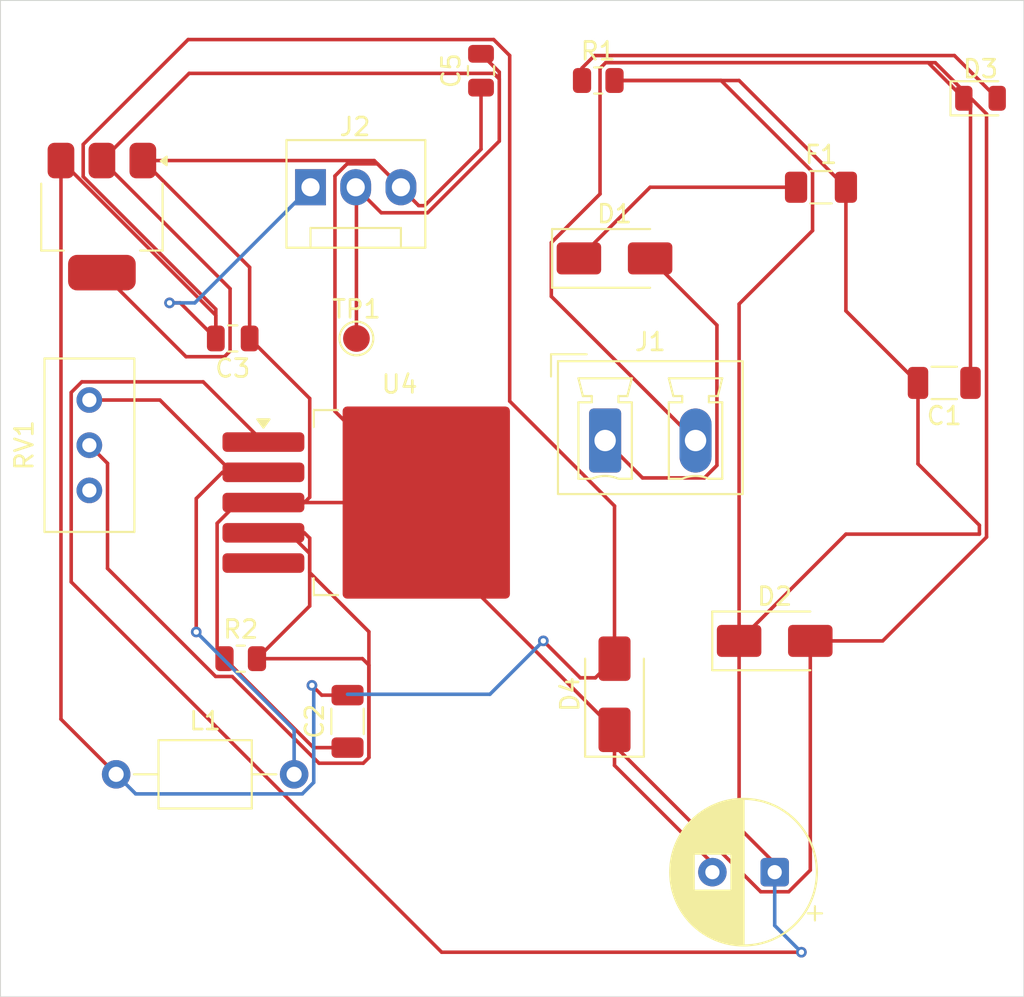
<source format=kicad_pcb>
(kicad_pcb (version 20241229) (generator "pcbnew") (generator_version "9.0")
  (layers (0 "F.Cu" signal) (2 "B.Cu" signal) (13 "F.Paste" user) (15 "B.Paste" user) (5 "F.SilkS" user "F.Silkscreen") (7 "B.SilkS" user "B.Silkscreen") (1 "F.Mask" user) (3 "B.Mask" user) (25 "Edge.Cuts" user))
  (net 0 "")
  (net 1 "/GND")
  (net 2 "/VIN_FUSED")
  (net 3 "/VOUT_5V")
  (net 4 "/VOUT_3V3")
  (net 5 "/VIN_PROT")
  (net 6 "/VIN_12V")
  (net 7 "Net-(D3-A)")
  (net 8 "Net-(U4-OUT)")
  (net 9 "Net-(U4-FB)")
  (footprint "Capacitor_SMD:C_1206_3216Metric" (layer "F.Cu") (at 183.525 69.5 180)
    (property "Reference" "C1" (at 0 -1.85 0) (layer "F.SilkS"))
    (property "Value" "C")
    (fp_line (start -0.711252 0.91) (end 0.711252 0.91) (stroke (width 0.12)) (layer "F.SilkS"))
    (fp_line (start -0.711252 -0.91) (end 0.711252 -0.91) (stroke (width 0.12)) (layer "F.SilkS"))
    (pad "1" smd roundrect (at -1.475 0 180) (size 1.15 1.8) (layers "F.Cu" "F.Mask" "F.Paste") (roundrect_rratio 0.217391) (net 1 "/GND"))
    (pad "2" smd roundrect (at 1.475 0 180) (size 1.15 1.8) (layers "F.Cu" "F.Mask" "F.Paste") (roundrect_rratio 0.217391) (net 2 "/VIN_FUSED"))
  )
  (footprint "Diode_SMD:D_SMA" (layer "F.Cu") (at 165 62.5)
    (property "Reference" "D1" (at 0 -2.5 0) (layer "F.SilkS"))
    (property "Value" "D_Schottky" (hide yes))
    (fp_line (start -3.51 -1.65) (end -3.51 1.65) (stroke (width 0.12)) (layer "F.SilkS"))
    (fp_line (start -3.51 -1.65) (end 2 -1.65) (stroke (width 0.12)) (layer "F.SilkS"))
    (fp_line (start -3.51 1.65) (end 2 1.65) (stroke (width 0.12)) (layer "F.SilkS"))
    (pad "1" smd roundrect (at -2 0) (size 2.5 1.8) (layers "F.Cu" "F.Mask" "F.Paste") (roundrect_rratio 0.1388888889) (net 5 "/VIN_PROT"))
    (pad "2" smd roundrect (at 2 0) (size 2.5 1.8) (layers "F.Cu" "F.Mask" "F.Paste") (roundrect_rratio 0.1388888889) (net 6 "/VIN_12V"))
  )
  (footprint "Connector_Phoenix_MC_HighVoltage:PhoenixContact_MCV_1,5_2-G-5.08_1x02_P5.08mm_Vertical" (layer "F.Cu") (at 164.4725 72.7375)
    (property "Reference" "J1" (at 2.54 -5.55 0) (layer "F.SilkS"))
    (property "Value" "Conn_01x02")
    (fp_line (start -3.04 -4.85) (end -1.04 -4.85) (stroke (width 0.12)) (layer "F.SilkS"))
    (fp_line (start -3.04 -3.6) (end -3.04 -4.85) (stroke (width 0.12)) (layer "F.SilkS"))
    (fp_line (start -1.5 -3.5) (end 1.5 -3.5) (stroke (width 0.12)) (layer "F.SilkS"))
    (fp_line (start -1.5 -2.15) (end -0.75 -2.15) (stroke (width 0.12)) (layer "F.SilkS"))
    (fp_line (start -1.5 2.15) (end -1.5 -2.15) (stroke (width 0.12)) (layer "F.SilkS"))
    (fp_line (start -1.25 -2.5) (end -1.5 -3.5) (stroke (width 0.12)) (layer "F.SilkS"))
    (fp_line (start -0.75 -2.5) (end -1.25 -2.5) (stroke (width 0.12)) (layer "F.SilkS"))
    (fp_line (start -0.75 -2.15) (end -0.75 -2.5) (stroke (width 0.12)) (layer "F.SilkS"))
    (fp_line (start -0.75 2.15) (end -1.5 2.15) (stroke (width 0.12)) (layer "F.SilkS"))
    (fp_line (start 0.75 -2.5) (end 0.75 -2.15) (stroke (width 0.12)) (layer "F.SilkS"))
    (fp_line (start 0.75 -2.15) (end 1.5 -2.15) (stroke (width 0.12)) (layer "F.SilkS"))
    (fp_line (start 1.25 -2.5) (end 0.75 -2.5) (stroke (width 0.12)) (layer "F.SilkS"))
    (fp_line (start 1.5 -3.5) (end 1.25 -2.5) (stroke (width 0.12)) (layer "F.SilkS"))
    (fp_line (start 1.5 -2.15) (end 1.5 2.15) (stroke (width 0.12)) (layer "F.SilkS"))
    (fp_line (start 1.5 2.15) (end 0.75 2.15) (stroke (width 0.12)) (layer "F.SilkS"))
    (fp_line (start 3.58 -3.5) (end 6.58 -3.5) (stroke (width 0.12)) (layer "F.SilkS"))
    (fp_line (start 3.58 -2.15) (end 4.33 -2.15) (stroke (width 0.12)) (layer "F.SilkS"))
    (fp_line (start 3.58 2.15) (end 3.58 -2.15) (stroke (width 0.12)) (layer "F.SilkS"))
    (fp_line (start 3.83 -2.5) (end 3.58 -3.5) (stroke (width 0.12)) (layer "F.SilkS"))
    (fp_line (start 4.33 -2.5) (end 3.83 -2.5) (stroke (width 0.12)) (layer "F.SilkS"))
    (fp_line (start 4.33 -2.15) (end 4.33 -2.5) (stroke (width 0.12)) (layer "F.SilkS"))
    (fp_line (start 4.33 2.15) (end 3.58 2.15) (stroke (width 0.12)) (layer "F.SilkS"))
    (fp_line (start 5.83 -2.5) (end 5.83 -2.15) (stroke (width 0.12)) (layer "F.SilkS"))
    (fp_line (start 5.83 -2.15) (end 6.58 -2.15) (stroke (width 0.12)) (layer "F.SilkS"))
    (fp_line (start 6.33 -2.5) (end 5.83 -2.5) (stroke (width 0.12)) (layer "F.SilkS"))
    (fp_line (start 6.58 -3.5) (end 6.33 -2.5) (stroke (width 0.12)) (layer "F.SilkS"))
    (fp_line (start 6.58 -2.15) (end 6.58 2.15) (stroke (width 0.12)) (layer "F.SilkS"))
    (fp_line (start 6.58 2.15) (end 5.83 2.15) (stroke (width 0.12)) (layer "F.SilkS"))
    (fp_rect (start -2.65 -4.46) (end 7.73 3.01) (stroke (width 0.12)) (fill no) (layer "F.SilkS"))
    (fp_arc (start -0.75 2.15) (mid -0.000193 1.99191) (end 0.749647 2.149844) (stroke (width 0.12)) (layer "F.SilkS"))
    (fp_arc (start 4.33 2.15) (mid 5.079807 1.99191) (end 5.829647 2.149844) (stroke (width 0.12)) (layer "F.SilkS"))
    (pad "1" thru_hole roundrect (at 0 0) (size 1.8 3.6) (drill 1.2) (layers "*.Cu" "*.Mask") (roundrect_rratio 0.138889) (net 6 "/VIN_12V"))
    (pad "2" thru_hole oval (at 5.08 0) (size 1.8 3.6) (drill 1.2) (layers "*.Cu" "*.Mask") (net 1 "/GND"))
  )
  (footprint "Capacitor_SMD:C_0805_2012Metric" (layer "F.Cu") (at 143.55 67 180)
    (property "Reference" "C3" (at 0 -1.68 0) (layer "F.SilkS"))
    (property "Value" "C")
    (fp_line (start -0.261252 0.735) (end 0.261252 0.735) (stroke (width 0.12)) (layer "F.SilkS"))
    (fp_line (start -0.261252 -0.735) (end 0.261252 -0.735) (stroke (width 0.12)) (layer "F.SilkS"))
    (pad "1" smd roundrect (at -0.95 0 180) (size 1 1.45) (layers "F.Cu" "F.Mask" "F.Paste") (net 1 "/GND"))
    (pad "2" smd roundrect (at 0.95 0 180) (size 1 1.45) (layers "F.Cu" "F.Mask" "F.Paste") (net 3 "/VOUT_5V"))
  )
  (footprint "Resistor_SMD:R_0805_2012Metric" (layer "F.Cu") (at 164.0875 52.5)
    (property "Reference" "R1" (at 0 -1.65 0) (layer "F.SilkS"))
    (property "Value" "R")
    (fp_line (start -0.227064 -0.735) (end 0.227064 -0.735) (stroke (width 0.12)) (layer "F.SilkS"))
    (fp_line (start -0.227064 0.735) (end 0.227064 0.735) (stroke (width 0.12)) (layer "F.SilkS"))
    (pad "1" smd roundrect (at -0.9125 0) (size 1.025 1.4) (layers "F.Cu" "F.Mask" "F.Paste") (roundrect_rratio 0.243902) (net 7 "Net-(D3-A)"))
    (pad "2" smd roundrect (at 0.9125 0) (size 1.025 1.4) (layers "F.Cu" "F.Mask" "F.Paste") (roundrect_rratio 0.243902) (net 2 "/VIN_FUSED"))
  )
  (footprint "Resistor_SMD:R_0805_2012Metric" (layer "F.Cu") (at 144 85)
    (property "Reference" "R2" (at 0 -1.65 0) (layer "F.SilkS"))
    (property "Value" "R")
    (fp_line (start -0.227064 -0.735) (end 0.227064 -0.735) (stroke (width 0.12)) (layer "F.SilkS"))
    (fp_line (start -0.227064 0.735) (end 0.227064 0.735) (stroke (width 0.12)) (layer "F.SilkS"))
    (pad "1" smd roundrect (at -0.9125 0) (size 1.025 1.4) (layers "F.Cu" "F.Mask" "F.Paste") (roundrect_rratio 0.243902) (net 1 "/GND"))
    (pad "2" smd roundrect (at 0.9125 0) (size 1.025 1.4) (layers "F.Cu" "F.Mask" "F.Paste") (roundrect_rratio 0.243902) (net 9 "Net-(U4-FB)"))
  )
  (footprint "Package_TO_SOT_SMD:TO-263-5_TabPin3" (layer "F.Cu") (at 152.925 76.225)
    (property "Reference" "U4" (at 0 -6.65 0) (layer "F.SilkS"))
    (property "Value" "LM2596S-ADJ")
    (fp_line (start -4.825 -5.2) (end -4.825 -4.25) (stroke (width 0.12)) (layer "F.SilkS"))
    (fp_line (start -4.825 5.2) (end -4.825 4.25) (stroke (width 0.12)) (layer "F.SilkS"))
    (fp_line (start -3.46 -5.2) (end -4.825 -5.2) (stroke (width 0.12)) (layer "F.SilkS"))
    (fp_line (start -3.46 5.2) (end -4.825 5.2) (stroke (width 0.12)) (layer "F.SilkS"))
    (fp_poly (pts (xy -7.65 -4.21) (xy -7.99 -4.68) (xy -7.31 -4.68)) (stroke (width 0.12)) (fill yes) (layer "F.SilkS"))
    (pad "1" smd roundrect (at -7.65 -3.4) (size 4.6 1.1) (layers "F.Cu" "F.Mask" "F.Paste") (roundrect_rratio 0.227273) (net 2 "/VIN_FUSED"))
    (pad "2" smd roundrect (at -7.65 -1.7) (size 4.6 1.1) (layers "F.Cu" "F.Mask" "F.Paste") (roundrect_rratio 0.227273) (net 8 "Net-(U4-OUT)"))
    (pad "3" smd roundrect (at -7.65 0) (size 4.6 1.1) (layers "F.Cu" "F.Mask" "F.Paste") (roundrect_rratio 0.227273) (net 1 "/GND"))
    (pad "3" smd roundrect (at 1.5 0) (size 9.4 10.8) (layers "F.Cu" "F.Mask") (roundrect_rratio 0.026596) (net 1 "/GND"))
    (pad "4" smd roundrect (at -7.65 1.7) (size 4.6 1.1) (layers "F.Cu" "F.Mask" "F.Paste") (roundrect_rratio 0.227273) (net 9 "Net-(U4-FB)"))
    (pad "5" smd roundrect (at -7.65 3.4) (size 4.6 1.1) (layers "F.Cu" "F.Mask" "F.Paste") (roundrect_rratio 0.227273))
  )
  (footprint "Capacitor_SMD:C_0805_2012Metric" (layer "F.Cu") (at 157.5 51.95 90)
    (property "Reference" "C5" (at 0 -1.68 90) (layer "F.SilkS"))
    (property "Value" "C")
    (fp_line (start -0.261252 -0.735) (end 0.261252 -0.735) (stroke (width 0.12)) (layer "F.SilkS"))
    (fp_line (start -0.261252 0.735) (end 0.261252 0.735) (stroke (width 0.12)) (layer "F.SilkS"))
    (pad "1" smd roundrect (at -0.95 0 90) (size 1 1.45) (layers "F.Cu" "F.Mask" "F.Paste") (net 1 "/GND"))
    (pad "2" smd roundrect (at 0.95 0 90) (size 1 1.45) (layers "F.Cu" "F.Mask" "F.Paste") (net 4 "/VOUT_3V3"))
  )
  (footprint "Capacitor_SMD:C_1206_3216Metric" (layer "F.Cu") (at 150 88.525 90)
    (property "Reference" "C2" (at 0 -1.85 90) (layer "F.SilkS"))
    (property "Value" "C")
    (fp_line (start -0.711252 -0.91) (end 0.711252 -0.91) (stroke (width 0.12)) (layer "F.SilkS"))
    (fp_line (start -0.711252 0.91) (end 0.711252 0.91) (stroke (width 0.12)) (layer "F.SilkS"))
    (pad "1" smd roundrect (at -1.475 0 90) (size 1.15 1.8) (layers "F.Cu" "F.Mask" "F.Paste") (roundrect_rratio 0.217391) (net 1 "/GND"))
    (pad "2" smd roundrect (at 1.475 0 90) (size 1.15 1.8) (layers "F.Cu" "F.Mask" "F.Paste") (roundrect_rratio 0.217391) (net 3 "/VOUT_5V"))
  )
  (footprint "Fuse:Fuse_1206_3216Metric" (layer "F.Cu") (at 176.6 58.5)
    (property "Reference" "F1" (at 0 -1.83 0) (layer "F.SilkS"))
    (property "Value" "Polyfuse")
    (fp_line (start -0.602064 -0.91) (end 0.602064 -0.91) (stroke (width 0.12)) (layer "F.SilkS"))
    (fp_line (start -0.602064 0.91) (end 0.602064 0.91) (stroke (width 0.12)) (layer "F.SilkS"))
    (pad "1" smd roundrect (at -1.4 0) (size 1.25 1.75) (layers "F.Cu" "F.Mask" "F.Paste") (roundrect_rratio 0.2) (net 5 "/VIN_PROT"))
    (pad "2" smd roundrect (at 1.4 0) (size 1.25 1.75) (layers "F.Cu" "F.Mask" "F.Paste") (roundrect_rratio 0.2) (net 2 "/VIN_FUSED"))
  )
  (footprint "Diode_SMD:D_SMA" (layer "F.Cu") (at 174 84)
    (property "Reference" "D2" (at 0 -2.5 0) (layer "F.SilkS"))
    (property "Value" "D_TVS")
    (fp_line (start -3.51 -1.65) (end -3.51 1.65) (stroke (width 0.12)) (layer "F.SilkS"))
    (fp_line (start -3.51 -1.65) (end 2 -1.65) (stroke (width 0.12)) (layer "F.SilkS"))
    (fp_line (start -3.51 1.65) (end 2 1.65) (stroke (width 0.12)) (layer "F.SilkS"))
    (pad "1" smd roundrect (at -2 0) (size 2.5 1.8) (layers "F.Cu" "F.Mask" "F.Paste") (roundrect_rratio 0.1388888889) (net 2 "/VIN_FUSED"))
    (pad "2" smd roundrect (at 2 0) (size 2.5 1.8) (layers "F.Cu" "F.Mask" "F.Paste") (roundrect_rratio 0.1388888889) (net 1 "/GND"))
  )
  (footprint "LED_SMD:LED_0805_2012Metric" (layer "F.Cu") (at 185.5625 53.5)
    (property "Reference" "D3" (at 0 -1.65 0) (layer "F.SilkS"))
    (property "Value" "LED")
    (fp_line (start -1.685 -0.96) (end -1.685 0.96) (stroke (width 0.12)) (layer "F.SilkS"))
    (fp_line (start -1.685 0.96) (end 1 0.96) (stroke (width 0.12)) (layer "F.SilkS"))
    (fp_line (start 1 -0.96) (end -1.685 -0.96) (stroke (width 0.12)) (layer "F.SilkS"))
    (pad "1" smd roundrect (at -0.9375 0) (size 0.975 1.4) (layers "F.Cu" "F.Mask" "F.Paste") (net 1 "/GND"))
    (pad "2" smd roundrect (at 0.9375 0) (size 0.975 1.4) (layers "F.Cu" "F.Mask" "F.Paste") (net 7 "Net-(D3-A)"))
  )
  (footprint "TestPoint:TestPoint_Pad_D1.5mm" (layer "F.Cu") (at 150.5 67)
    (property "Reference" "TP1" (at 0 -1.648 0) (layer "F.SilkS"))
    (property "Value" "TestPoint" (hide yes))
    (fp_circle (center 0 0) (end 0 0.95) (stroke (width 0.12)) (fill no) (layer "F.SilkS"))
    (pad "1" smd circle (at 0 0) (size 1.5 1.5) (layers "F.Cu" "F.Mask") (net 4 "/VOUT_3V3"))
  )
  (footprint "Package_TO_SOT_SMD:SOT-223-3_TabPin2" (layer "F.Cu") (at 136.2 60.15 -90)
    (property "Reference" "U2" (hide yes))
    (property "Value" "AMS1117-3.3" (hide yes))
    (fp_line (start -1.85 3.41) (end 1.91 3.41) (stroke (width 0.12)) (layer "F.SilkS"))
    (fp_line (start 1.91 3.41) (end 1.91 2.15) (stroke (width 0.12)) (layer "F.SilkS"))
    (fp_line (start -1.85 -3.41) (end 1.91 -3.41) (stroke (width 0.12)) (layer "F.SilkS"))
    (fp_line (start 1.91 -3.41) (end 1.91 -2.15) (stroke (width 0.12)) (layer "F.SilkS"))
    (fp_poly (pts (xy -3.13 -3.31) (xy -3.37 -3.64) (xy -2.89 -3.64) (xy -3.13 -3.31)) (stroke (width 0.12)) (fill yes) (layer "F.SilkS"))
    (pad "1" smd roundrect (at -3.15 -2.3 270) (size 2 1.5) (layers "F.Cu" "F.Mask" "F.Paste") (net 1 "/GND"))
    (pad "2" smd roundrect (at -3.15 0 270) (size 2 1.5) (layers "F.Cu" "F.Mask" "F.Paste") (net 4 "/VOUT_3V3"))
    (pad "2" smd roundrect (at 3.15 0 270) (size 2 3.8) (layers "F.Cu" "F.Mask" "F.Paste") (net 4 "/VOUT_3V3"))
    (pad "3" smd roundrect (at -3.15 2.3 270) (size 2 1.5) (layers "F.Cu" "F.Mask" "F.Paste") (net 3 "/VOUT_5V"))
  )
  (footprint "Inductor_THT:L_Axial_L5.0mm_D3.6mm_P10.00mm_Horizontal_Murata_BL01RN1A2A2" (layer "F.Cu") (at 137 91.5)
    (property "Reference" "L1" (at 5 -3 0) (layer "F.SilkS"))
    (property "Value" "L")
    (fp_line (start 1 0) (end 2.38 0) (stroke (width 0.12)) (layer "F.SilkS"))
    (fp_line (start 2.38 -1.92) (end 2.38 1.92) (stroke (width 0.12)) (layer "F.SilkS"))
    (fp_line (start 2.38 1.92) (end 7.62 1.92) (stroke (width 0.12)) (layer "F.SilkS"))
    (fp_line (start 7.62 -1.92) (end 2.38 -1.92) (stroke (width 0.12)) (layer "F.SilkS"))
    (fp_line (start 7.62 1.92) (end 7.62 -1.92) (stroke (width 0.12)) (layer "F.SilkS"))
    (fp_line (start 9 0) (end 7.62 0) (stroke (width 0.12)) (layer "F.SilkS"))
    (pad "1" thru_hole circle (at 0 0) (size 1.6 1.6) (drill 0.85) (layers "*.Cu" "*.Mask") (net 3 "/VOUT_5V"))
    (pad "2" thru_hole oval (at 10 0) (size 1.6 1.6) (drill 0.85) (layers "*.Cu" "*.Mask") (net 8 "Net-(U4-OUT)"))
  )
  (footprint "Diode_SMD:D_SMA" (layer "F.Cu") (at 165 87 90)
    (property "Reference" "D4" (at 0 -2.5 90) (layer "F.SilkS"))
    (property "Value" "D_Schottky")
    (fp_line (start -3.51 -1.65) (end 2 -1.65) (stroke (width 0.12)) (layer "F.SilkS"))
    (fp_line (start -3.51 -1.65) (end -3.51 1.65) (stroke (width 0.12)) (layer "F.SilkS"))
    (fp_line (start -3.51 1.65) (end 2 1.65) (stroke (width 0.12)) (layer "F.SilkS"))
    (pad "1" smd roundrect (at -2 0 90) (size 2.5 1.8) (layers "F.Cu" "F.Mask" "F.Paste") (roundrect_rratio 0.1388888889) (net 1 "/GND"))
    (pad "2" smd roundrect (at 2 0 90) (size 2.5 1.8) (layers "F.Cu" "F.Mask" "F.Paste") (roundrect_rratio 0.1388888889) (net 3 "/VOUT_5V"))
  )
  (footprint "Capacitor_THT:CP_Radial_D8.0mm_P3.50mm" (layer "F.Cu") (at 174 97 180)
    (property "Reference" "C4" (hide yes))
    (property "Value" "C")
    (fp_line (start 5.83 -0.533) (end 5.83 0.533) (stroke (width 0.12)) (layer "F.SilkS"))
    (fp_line (start 5.79 -0.768) (end 5.79 0.768) (stroke (width 0.12)) (layer "F.SilkS"))
    (fp_line (start 5.75 -0.947) (end 5.75 0.947) (stroke (width 0.12)) (layer "F.SilkS"))
    (fp_line (start 5.71 -1.097) (end 5.71 1.097) (stroke (width 0.12)) (layer "F.SilkS"))
    (fp_line (start 5.67 -1.228) (end 5.67 1.228) (stroke (width 0.12)) (layer "F.SilkS"))
    (fp_line (start 5.63 -1.346) (end 5.63 1.346) (stroke (width 0.12)) (layer "F.SilkS"))
    (fp_line (start 5.59 -1.453) (end 5.59 1.453) (stroke (width 0.12)) (layer "F.SilkS"))
    (fp_line (start 5.55 -1.552) (end 5.55 1.552) (stroke (width 0.12)) (layer "F.SilkS"))
    (fp_line (start 5.51 -1.644) (end 5.51 1.644) (stroke (width 0.12)) (layer "F.SilkS"))
    (fp_line (start 5.47 -1.731) (end 5.47 1.731) (stroke (width 0.12)) (layer "F.SilkS"))
    (fp_line (start 5.43 -1.813) (end 5.43 1.813) (stroke (width 0.12)) (layer "F.SilkS"))
    (fp_line (start 5.39 -1.89) (end 5.39 1.89) (stroke (width 0.12)) (layer "F.SilkS"))
    (fp_line (start 5.35 -1.964) (end 5.35 1.964) (stroke (width 0.12)) (layer "F.SilkS"))
    (fp_line (start 5.31 -2.034) (end 5.31 2.034) (stroke (width 0.12)) (layer "F.SilkS"))
    (fp_line (start 5.27 -2.101) (end 5.27 2.101) (stroke (width 0.12)) (layer "F.SilkS"))
    (fp_line (start 5.23 -2.165) (end 5.23 2.165) (stroke (width 0.12)) (layer "F.SilkS"))
    (fp_line (start 5.19 -2.227) (end 5.19 2.227) (stroke (width 0.12)) (layer "F.SilkS"))
    (fp_line (start 5.15 -2.287) (end 5.15 2.287) (stroke (width 0.12)) (layer "F.SilkS"))
    (fp_line (start 5.11 -2.344) (end 5.11 2.344) (stroke (width 0.12)) (layer "F.SilkS"))
    (fp_line (start 5.07 -2.4) (end 5.07 2.4) (stroke (width 0.12)) (layer "F.SilkS"))
    (fp_line (start 5.03 -2.453) (end 5.03 2.453) (stroke (width 0.12)) (layer "F.SilkS"))
    (fp_line (start 4.99 -2.505) (end 4.99 2.505) (stroke (width 0.12)) (layer "F.SilkS"))
    (fp_line (start 4.95 -2.555) (end 4.95 2.555) (stroke (width 0.12)) (layer "F.SilkS"))
    (fp_line (start 4.91 -2.604) (end 4.91 2.604) (stroke (width 0.12)) (layer "F.SilkS"))
    (fp_line (start 4.87 -2.651) (end 4.87 2.651) (stroke (width 0.12)) (layer "F.SilkS"))
    (fp_line (start 4.83 -2.696) (end 4.83 2.696) (stroke (width 0.12)) (layer "F.SilkS"))
    (fp_line (start 4.79 -2.741) (end 4.79 2.741) (stroke (width 0.12)) (layer "F.SilkS"))
    (fp_line (start 4.75 -2.784) (end 4.75 2.784) (stroke (width 0.12)) (layer "F.SilkS"))
    (fp_line (start 4.71 -2.826) (end 4.71 2.826) (stroke (width 0.12)) (layer "F.SilkS"))
    (fp_line (start 4.67 -2.867) (end 4.67 2.867) (stroke (width 0.12)) (layer "F.SilkS"))
    (fp_line (start 4.63 -2.906) (end 4.63 2.906) (stroke (width 0.12)) (layer "F.SilkS"))
    (fp_line (start 4.59 -2.945) (end 4.59 2.945) (stroke (width 0.12)) (layer "F.SilkS"))
    (fp_line (start 4.55 -2.982) (end 4.55 2.982) (stroke (width 0.12)) (layer "F.SilkS"))
    (fp_line (start 4.51 1.04) (end 4.51 3.019) (stroke (width 0.12)) (layer "F.SilkS"))
    (fp_line (start 4.51 -3.019) (end 4.51 -1.04) (stroke (width 0.12)) (layer "F.SilkS"))
    (fp_line (start 4.47 1.04) (end 4.47 3.055) (stroke (width 0.12)) (layer "F.SilkS"))
    (fp_line (start 4.47 -3.055) (end 4.47 -1.04) (stroke (width 0.12)) (layer "F.SilkS"))
    (fp_line (start 4.43 1.04) (end 4.43 3.089) (stroke (width 0.12)) (layer "F.SilkS"))
    (fp_line (start 4.43 -3.089) (end 4.43 -1.04) (stroke (width 0.12)) (layer "F.SilkS"))
    (fp_line (start 4.39 1.04) (end 4.39 3.123) (stroke (width 0.12)) (layer "F.SilkS"))
    (fp_line (start 4.39 -3.123) (end 4.39 -1.04) (stroke (width 0.12)) (layer "F.SilkS"))
    (fp_line (start 4.35 1.04) (end 4.35 3.156) (stroke (width 0.12)) (layer "F.SilkS"))
    (fp_line (start 4.35 -3.156) (end 4.35 -1.04) (stroke (width 0.12)) (layer "F.SilkS"))
    (fp_line (start 4.31 1.04) (end 4.31 3.188) (stroke (width 0.12)) (layer "F.SilkS"))
    (fp_line (start 4.31 -3.188) (end 4.31 -1.04) (stroke (width 0.12)) (layer "F.SilkS"))
    (fp_line (start 4.27 1.04) (end 4.27 3.219) (stroke (width 0.12)) (layer "F.SilkS"))
    (fp_line (start 4.27 -3.219) (end 4.27 -1.04) (stroke (width 0.12)) (layer "F.SilkS"))
    (fp_line (start 4.23 1.04) (end 4.23 3.25) (stroke (width 0.12)) (layer "F.SilkS"))
    (fp_line (start 4.23 -3.25) (end 4.23 -1.04) (stroke (width 0.12)) (layer "F.SilkS"))
    (fp_line (start 4.19 1.04) (end 4.19 3.28) (stroke (width 0.12)) (layer "F.SilkS"))
    (fp_line (start 4.19 -3.28) (end 4.19 -1.04) (stroke (width 0.12)) (layer "F.SilkS"))
    (fp_line (start 4.15 1.04) (end 4.15 3.309) (stroke (width 0.12)) (layer "F.SilkS"))
    (fp_line (start 4.15 -3.309) (end 4.15 -1.04) (stroke (width 0.12)) (layer "F.SilkS"))
    (fp_line (start 4.11 1.04) (end 4.11 3.337) (stroke (width 0.12)) (layer "F.SilkS"))
    (fp_line (start 4.11 -3.337) (end 4.11 -1.04) (stroke (width 0.12)) (layer "F.SilkS"))
    (fp_line (start 4.07 1.04) (end 4.07 3.365) (stroke (width 0.12)) (layer "F.SilkS"))
    (fp_line (start 4.07 -3.365) (end 4.07 -1.04) (stroke (width 0.12)) (layer "F.SilkS"))
    (fp_line (start 4.03 1.04) (end 4.03 3.392) (stroke (width 0.12)) (layer "F.SilkS"))
    (fp_line (start 4.03 -3.392) (end 4.03 -1.04) (stroke (width 0.12)) (layer "F.SilkS"))
    (fp_line (start 3.99 1.04) (end 3.99 3.418) (stroke (width 0.12)) (layer "F.SilkS"))
    (fp_line (start 3.99 -3.418) (end 3.99 -1.04) (stroke (width 0.12)) (layer "F.SilkS"))
    (fp_line (start 3.95 1.04) (end 3.95 3.443) (stroke (width 0.12)) (layer "F.SilkS"))
    (fp_line (start 3.95 -3.443) (end 3.95 -1.04) (stroke (width 0.12)) (layer "F.SilkS"))
    (fp_line (start 3.91 1.04) (end 3.91 3.468) (stroke (width 0.12)) (layer "F.SilkS"))
    (fp_line (start 3.91 -3.468) (end 3.91 -1.04) (stroke (width 0.12)) (layer "F.SilkS"))
    (fp_line (start 3.87 1.04) (end 3.87 3.493) (stroke (width 0.12)) (layer "F.SilkS"))
    (fp_line (start 3.87 -3.493) (end 3.87 -1.04) (stroke (width 0.12)) (layer "F.SilkS"))
    (fp_line (start 3.83 1.04) (end 3.83 3.516) (stroke (width 0.12)) (layer "F.SilkS"))
    (fp_line (start 3.83 -3.516) (end 3.83 -1.04) (stroke (width 0.12)) (layer "F.SilkS"))
    (fp_line (start 3.79 1.04) (end 3.79 3.539) (stroke (width 0.12)) (layer "F.SilkS"))
    (fp_line (start 3.79 -3.539) (end 3.79 -1.04) (stroke (width 0.12)) (layer "F.SilkS"))
    (fp_line (start 3.75 1.04) (end 3.75 3.562) (stroke (width 0.12)) (layer "F.SilkS"))
    (fp_line (start 3.75 -3.562) (end 3.75 -1.04) (stroke (width 0.12)) (layer "F.SilkS"))
    (fp_line (start 3.71 1.04) (end 3.71 3.584) (stroke (width 0.12)) (layer "F.SilkS"))
    (fp_line (start 3.71 -3.584) (end 3.71 -1.04) (stroke (width 0.12)) (layer "F.SilkS"))
    (fp_line (start 3.67 1.04) (end 3.67 3.605) (stroke (width 0.12)) (layer "F.SilkS"))
    (fp_line (start 3.67 -3.605) (end 3.67 -1.04) (stroke (width 0.12)) (layer "F.SilkS"))
    (fp_line (start 3.63 1.04) (end 3.63 3.626) (stroke (width 0.12)) (layer "F.SilkS"))
    (fp_line (start 3.63 -3.626) (end 3.63 -1.04) (stroke (width 0.12)) (layer "F.SilkS"))
    (fp_line (start 3.59 1.04) (end 3.59 3.646) (stroke (width 0.12)) (layer "F.SilkS"))
    (fp_line (start 3.59 -3.646) (end 3.59 -1.04) (stroke (width 0.12)) (layer "F.SilkS"))
    (fp_line (start 3.55 1.04) (end 3.55 3.666) (stroke (width 0.12)) (layer "F.SilkS"))
    (fp_line (start 3.55 -3.666) (end 3.55 -1.04) (stroke (width 0.12)) (layer "F.SilkS"))
    (fp_line (start 3.51 1.04) (end 3.51 3.685) (stroke (width 0.12)) (layer "F.SilkS"))
    (fp_line (start 3.51 -3.685) (end 3.51 -1.04) (stroke (width 0.12)) (layer "F.SilkS"))
    (fp_line (start 3.47 1.04) (end 3.47 3.704) (stroke (width 0.12)) (layer "F.SilkS"))
    (fp_line (start 3.47 -3.704) (end 3.47 -1.04) (stroke (width 0.12)) (layer "F.SilkS"))
    (fp_line (start 3.43 1.04) (end 3.43 3.722) (stroke (width 0.12)) (layer "F.SilkS"))
    (fp_line (start 3.43 -3.722) (end 3.43 -1.04) (stroke (width 0.12)) (layer "F.SilkS"))
    (fp_line (start 3.39 1.04) (end 3.39 3.74) (stroke (width 0.12)) (layer "F.SilkS"))
    (fp_line (start 3.39 -3.74) (end 3.39 -1.04) (stroke (width 0.12)) (layer "F.SilkS"))
    (fp_line (start 3.35 1.04) (end 3.35 3.757) (stroke (width 0.12)) (layer "F.SilkS"))
    (fp_line (start 3.35 -3.757) (end 3.35 -1.04) (stroke (width 0.12)) (layer "F.SilkS"))
    (fp_line (start 3.31 1.04) (end 3.31 3.773) (stroke (width 0.12)) (layer "F.SilkS"))
    (fp_line (start 3.31 -3.773) (end 3.31 -1.04) (stroke (width 0.12)) (layer "F.SilkS"))
    (fp_line (start 3.27 1.04) (end 3.27 3.789) (stroke (width 0.12)) (layer "F.SilkS"))
    (fp_line (start 3.27 -3.789) (end 3.27 -1.04) (stroke (width 0.12)) (layer "F.SilkS"))
    (fp_line (start 3.23 1.04) (end 3.23 3.805) (stroke (width 0.12)) (layer "F.SilkS"))
    (fp_line (start 3.23 -3.805) (end 3.23 -1.04) (stroke (width 0.12)) (layer "F.SilkS"))
    (fp_line (start 3.19 1.04) (end 3.19 3.82) (stroke (width 0.12)) (layer "F.SilkS"))
    (fp_line (start 3.19 -3.82) (end 3.19 -1.04) (stroke (width 0.12)) (layer "F.SilkS"))
    (fp_line (start 3.15 1.04) (end 3.15 3.835) (stroke (width 0.12)) (layer "F.SilkS"))
    (fp_line (start 3.15 -3.835) (end 3.15 -1.04) (stroke (width 0.12)) (layer "F.SilkS"))
    (fp_line (start 3.11 1.04) (end 3.11 3.849) (stroke (width 0.12)) (layer "F.SilkS"))
    (fp_line (start 3.11 -3.849) (end 3.11 -1.04) (stroke (width 0.12)) (layer "F.SilkS"))
    (fp_line (start 3.07 1.04) (end 3.07 3.863) (stroke (width 0.12)) (layer "F.SilkS"))
    (fp_line (start 3.07 -3.863) (end 3.07 -1.04) (stroke (width 0.12)) (layer "F.SilkS"))
    (fp_line (start 3.03 1.04) (end 3.03 3.876) (stroke (width 0.12)) (layer "F.SilkS"))
    (fp_line (start 3.03 -3.876) (end 3.03 -1.04) (stroke (width 0.12)) (layer "F.SilkS"))
    (fp_line (start 2.99 1.04) (end 2.99 3.889) (stroke (width 0.12)) (layer "F.SilkS"))
    (fp_line (start 2.99 -3.889) (end 2.99 -1.04) (stroke (width 0.12)) (layer "F.SilkS"))
    (fp_line (start 2.95 1.04) (end 2.95 3.901) (stroke (width 0.12)) (layer "F.SilkS"))
    (fp_line (start 2.95 -3.901) (end 2.95 -1.04) (stroke (width 0.12)) (layer "F.SilkS"))
    (fp_line (start 2.91 1.04) (end 2.91 3.913) (stroke (width 0.12)) (layer "F.SilkS"))
    (fp_line (start 2.91 -3.913) (end 2.91 -1.04) (stroke (width 0.12)) (layer "F.SilkS"))
    (fp_line (start 2.87 1.04) (end 2.87 3.925) (stroke (width 0.12)) (layer "F.SilkS"))
    (fp_line (start 2.87 -3.925) (end 2.87 -1.04) (stroke (width 0.12)) (layer "F.SilkS"))
    (fp_line (start 2.83 1.04) (end 2.83 3.936) (stroke (width 0.12)) (layer "F.SilkS"))
    (fp_line (start 2.83 -3.936) (end 2.83 -1.04) (stroke (width 0.12)) (layer "F.SilkS"))
    (fp_line (start 2.79 1.04) (end 2.79 3.947) (stroke (width 0.12)) (layer "F.SilkS"))
    (fp_line (start 2.79 -3.947) (end 2.79 -1.04) (stroke (width 0.12)) (layer "F.SilkS"))
    (fp_line (start 2.75 1.04) (end 2.75 3.957) (stroke (width 0.12)) (layer "F.SilkS"))
    (fp_line (start 2.75 -3.957) (end 2.75 -1.04) (stroke (width 0.12)) (layer "F.SilkS"))
    (fp_line (start 2.71 1.04) (end 2.71 3.967) (stroke (width 0.12)) (layer "F.SilkS"))
    (fp_line (start 2.71 -3.967) (end 2.71 -1.04) (stroke (width 0.12)) (layer "F.SilkS"))
    (fp_line (start 2.67 1.04) (end 2.67 3.976) (stroke (width 0.12)) (layer "F.SilkS"))
    (fp_line (start 2.67 -3.976) (end 2.67 -1.04) (stroke (width 0.12)) (layer "F.SilkS"))
    (fp_line (start 2.63 1.04) (end 2.63 3.985) (stroke (width 0.12)) (layer "F.SilkS"))
    (fp_line (start 2.63 -3.985) (end 2.63 -1.04) (stroke (width 0.12)) (layer "F.SilkS"))
    (fp_line (start 2.59 1.04) (end 2.59 3.993) (stroke (width 0.12)) (layer "F.SilkS"))
    (fp_line (start 2.59 -3.993) (end 2.59 -1.04) (stroke (width 0.12)) (layer "F.SilkS"))
    (fp_line (start 2.55 1.04) (end 2.55 4.002) (stroke (width 0.12)) (layer "F.SilkS"))
    (fp_line (start 2.55 -4.002) (end 2.55 -1.04) (stroke (width 0.12)) (layer "F.SilkS"))
    (fp_line (start 2.51 1.04) (end 2.51 4.009) (stroke (width 0.12)) (layer "F.SilkS"))
    (fp_line (start 2.51 -4.009) (end 2.51 -1.04) (stroke (width 0.12)) (layer "F.SilkS"))
    (fp_line (start 2.47 1.04) (end 2.47 4.017) (stroke (width 0.12)) (layer "F.SilkS"))
    (fp_line (start 2.47 -4.017) (end 2.47 -1.04) (stroke (width 0.12)) (layer "F.SilkS"))
    (fp_line (start 2.43 -4.023) (end 2.43 4.023) (stroke (width 0.12)) (layer "F.SilkS"))
    (fp_line (start 2.39 -4.03) (end 2.39 4.03) (stroke (width 0.12)) (layer "F.SilkS"))
    (fp_line (start 2.35 -4.036) (end 2.35 4.036) (stroke (width 0.12)) (layer "F.SilkS"))
    (fp_line (start 2.31 -4.042) (end 2.31 4.042) (stroke (width 0.12)) (layer "F.SilkS"))
    (fp_line (start 2.27 -4.047) (end 2.27 4.047) (stroke (width 0.12)) (layer "F.SilkS"))
    (fp_line (start 2.23 -4.052) (end 2.23 4.052) (stroke (width 0.12)) (layer "F.SilkS"))
    (fp_line (start 2.19 -4.056) (end 2.19 4.056) (stroke (width 0.12)) (layer "F.SilkS"))
    (fp_line (start 2.15 -4.061) (end 2.15 4.061) (stroke (width 0.12)) (layer "F.SilkS"))
    (fp_line (start 2.11 -4.064) (end 2.11 4.064) (stroke (width 0.12)) (layer "F.SilkS"))
    (fp_line (start 2.07 -4.068) (end 2.07 4.068) (stroke (width 0.12)) (layer "F.SilkS"))
    (fp_line (start 2.03 -4.07) (end 2.03 4.07) (stroke (width 0.12)) (layer "F.SilkS"))
    (fp_line (start 1.99 -4.073) (end 1.99 4.073) (stroke (width 0.12)) (layer "F.SilkS"))
    (fp_line (start 1.95 -4.075) (end 1.95 4.075) (stroke (width 0.12)) (layer "F.SilkS"))
    (fp_line (start 1.91 -4.077) (end 1.91 4.077) (stroke (width 0.12)) (layer "F.SilkS"))
    (fp_line (start 1.87 -4.078) (end 1.87 4.078) (stroke (width 0.12)) (layer "F.SilkS"))
    (fp_line (start 1.83 -4.079) (end 1.83 4.079) (stroke (width 0.12)) (layer "F.SilkS"))
    (fp_line (start 1.79 -4.08) (end 1.79 4.08) (stroke (width 0.12)) (layer "F.SilkS"))
    (fp_line (start 1.75 -4.08) (end 1.75 4.08) (stroke (width 0.12)) (layer "F.SilkS"))
    (fp_line (start -2.259698 -2.715) (end -2.259698 -1.915) (stroke (width 0.12)) (layer "F.SilkS"))
    (fp_line (start -2.659698 -2.315) (end -1.859698 -2.315) (stroke (width 0.12)) (layer "F.SilkS"))
    (fp_circle (center 1.75 0) (end 5.87 0) (stroke (width 0.12)) (fill no) (layer "F.SilkS"))
    (pad "1" thru_hole roundrect (at 0 0 180) (size 1.6 1.6) (drill 0.8) (layers "*.Cu" "*.Mask") (roundrect_rratio 0.15625) (net 2 "/VIN_FUSED"))
    (pad "2" thru_hole circle (at 3.5 0 180) (size 1.6 1.6) (drill 0.8) (layers "*.Cu" "*.Mask") (net 1 "/GND"))
  )
  (footprint "Potentiometer_THT:Potentiometer_Bourns_3296W_Vertical" (layer "F.Cu") (at 135.495 70.46 90)
    (property "Reference" "RV1" (at -2.54 -3.66 90) (layer "F.SilkS"))
    (property "Value" "R_Potentiometer" (hide yes))
    (fp_line (start 2.335 -2.52) (end 2.335 2.53) (stroke (width 0.12)) (layer "F.SilkS"))
    (fp_line (start -7.415 -2.52) (end 2.335 -2.52) (stroke (width 0.12)) (layer "F.SilkS"))
    (fp_line (start 2.335 2.53) (end -7.415 2.53) (stroke (width 0.12)) (layer "F.SilkS"))
    (fp_line (start -7.415 2.53) (end -7.415 -2.52) (stroke (width 0.12)) (layer "F.SilkS"))
    (pad "1" thru_hole circle (at 0 0 90) (size 1.44 1.44) (drill 0.8) (layers "*.Cu" "*.Mask") (net 8 "Net-(U4-OUT)"))
    (pad "2" thru_hole circle (at -2.54 0 90) (size 1.44 1.44) (drill 0.8) (layers "*.Cu" "*.Mask") (net 9 "Net-(U4-FB)"))
    (pad "3" thru_hole circle (at -5.08 0 90) (size 1.44 1.44) (drill 0.8) (layers "*.Cu" "*.Mask"))
  )
  (footprint "Connector:FanPinHeader_1x03_P2.54mm_Vertical" (layer "F.Cu") (at 147.92 58.5)
    (property "Reference" "J2" (at 2.5 -3.4 0) (layer "F.SilkS"))
    (property "Value" "Conn_01x03")
    (fp_line (start -1.35 -2.65) (end 6.45 -2.65) (stroke (width 0.12)) (layer "F.SilkS"))
    (fp_line (start -1.35 3.4) (end -1.35 -2.65) (stroke (width 0.12)) (layer "F.SilkS"))
    (fp_line (start 0 2.29) (end 5.08 2.29) (stroke (width 0.12)) (layer "F.SilkS"))
    (fp_line (start 0 3.3) (end 0 2.29) (stroke (width 0.12)) (layer "F.SilkS"))
    (fp_line (start 5.08 2.29) (end 5.08 3.3) (stroke (width 0.12)) (layer "F.SilkS"))
    (fp_line (start 6.45 -2.65) (end 6.45 3.4) (stroke (width 0.12)) (layer "F.SilkS"))
    (fp_line (start 6.45 3.4) (end -1.35 3.4) (stroke (width 0.12)) (layer "F.SilkS"))
    (pad "1" thru_hole rect (at 0 0 90) (size 2.03 1.73) (drill 1.02) (layers "*.Cu" "*.Mask") (net 3 "/VOUT_5V"))
    (pad "2" thru_hole oval (at 2.54 0 90) (size 2.03 1.73) (drill 1.02) (layers "*.Cu" "*.Mask") (net 4 "/VOUT_3V3"))
    (pad "3" thru_hole oval (at 5.08 0 90) (size 2.03 1.73) (drill 1.02) (layers "*.Cu" "*.Mask") (net 1 "/GND"))
  )
  (gr_rect (start 130.5 48) (end 188 104) (stroke (width 0.05)) (fill no) (layer "Edge.Cuts"))
  (segment (start 164.1865 51.81484) (end 164.1865 58.87734) (width 0.2) (layer "F.Cu") (net 1))
  (segment (start 165 91) (end 165 89) (width 0.2) (layer "F.Cu") (net 1))
  (segment (start 142.674 84.5865) (end 142.674 77.38984) (width 0.2) (layer "F.Cu") (net 1))
  (segment (start 185 69.5) (end 185 53.875) (width 0.2) (layer "F.Cu") (net 1))
  (segment (start 165 89.88616) (end 173.21484 98.101) (width 0.2) (layer "F.Cu") (net 1))
  (segment (start 148.0875 90) (end 143.0875 85) (width 0.2) (layer "F.Cu") (net 1))
  (segment (start 153.9999 59.533973) (end 154.3321 59.533973) (width 0.2) (layer "F.Cu") (net 1))
  (segment (start 154.425 76.225) (end 154.425 78.425) (width 0.2) (layer "F.Cu") (net 1))
  (segment (start 170.5 97) (end 170.5 96.5) (width 0.2) (layer "F.Cu") (net 1))
  (segment (start 143.83884 76.225) (end 145.275 76.225) (width 0.2) (layer "F.Cu") (net 1))
  (segment (start 164.1865 58.87734) (end 161.449 61.61484) (width 0.2) (layer "F.Cu") (net 1))
  (segment (start 145.275 76.225) (end 147.575 76.225) (width 0.2) (layer "F.Cu") (net 1))
  (segment (start 174.78516 98.101) (end 176 96.88616) (width 0.2) (layer "F.Cu") (net 1))
  (segment (start 138.5 57) (end 151.5 57) (width 0.2) (layer "F.Cu") (net 1))
  (segment (start 185.901 78.1661) (end 185.901 54.378146) (width 0.2) (layer "F.Cu") (net 1))
  (segment (start 154.425 78.425) (end 165 89) (width 0.2) (layer "F.Cu") (net 1))
  (segment (start 182.624 51.499) (end 164.50234 51.499) (width 0.2) (layer "F.Cu") (net 1))
  (segment (start 183.021854 51.499) (end 164.50234 51.499) (width 0.2) (layer "F.Cu") (net 1))
  (segment (start 153 58.5) (end 153 58.534073) (width 0.2) (layer "F.Cu") (net 1))
  (segment (start 161.449 61.61484) (end 161.449 64.634) (width 0.2) (layer "F.Cu") (net 1))
  (segment (start 150 90) (end 148.0875 90) (width 0.2) (layer "F.Cu") (net 1))
  (segment (start 164.50234 51.499) (end 164.1865 51.81484) (width 0.2) (layer "F.Cu") (net 1))
  (segment (start 185 53.875) (end 184.625 53.5) (width 0.2) (layer "F.Cu") (net 1))
  (segment (start 149.294 57.867027) (end 149.294 71.094) (width 0.2) (layer "F.Cu") (net 1))
  (segment (start 144.5 63) (end 138.5 57) (width 0.2) (layer "F.Cu") (net 1))
  (segment (start 153 58.5) (end 151.684 57.184) (width 0.2) (layer "F.Cu") (net 1))
  (segment (start 165 89) (end 165 89.88616) (width 0.2) (layer "F.Cu") (net 1))
  (segment (start 147.876 70.376) (end 144.5 67) (width 0.2) (layer "F.Cu") (net 1))
  (segment (start 149.294 71.094) (end 154.425 76.225) (width 0.2) (layer "F.Cu") (net 1))
  (segment (start 173.21484 98.101) (end 174.78516 98.101) (width 0.2) (layer "F.Cu") (net 1))
  (segment (start 153 58.534073) (end 153.9999 59.533973) (width 0.2) (layer "F.Cu") (net 1))
  (segment (start 180.0671 84) (end 185.901 78.1661) (width 0.2) (layer "F.Cu") (net 1))
  (segment (start 151.5 57) (end 153 58.5) (width 0.2) (layer "F.Cu") (net 1))
  (segment (start 151.684 57.184) (end 149.977027 57.184) (width 0.2) (layer "F.Cu") (net 1))
  (segment (start 154.3321 59.533973) (end 157.5 56.366073) (width 0.2) (layer "F.Cu") (net 1))
  (segment (start 154.425 76.225) (end 145.275 76.225) (width 0.2) (layer "F.Cu") (net 1))
  (segment (start 176 96.88616) (end 176 84) (width 0.2) (layer "F.Cu") (net 1))
  (segment (start 143.0875 85) (end 142.674 84.5865) (width 0.2) (layer "F.Cu") (net 1))
  (segment (start 170.5 96.5) (end 165 91) (width 0.2) (layer "F.Cu") (net 1))
  (segment (start 157.5 56.366073) (end 157.5 52.9) (width 0.2) (layer "F.Cu") (net 1))
  (segment (start 142.674 77.38984) (end 143.83884 76.225) (width 0.2) (layer "F.Cu") (net 1))
  (segment (start 176 84) (end 180.0671 84) (width 0.2) (layer "F.Cu") (net 1))
  (segment (start 144.5 67) (end 144.5 63) (width 0.2) (layer "F.Cu") (net 1))
  (segment (start 185.901 54.378146) (end 183.021854 51.499) (width 0.2) (layer "F.Cu") (net 1))
  (segment (start 161.449 64.634) (end 169.5525 72.7375) (width 0.2) (layer "F.Cu") (net 1))
  (segment (start 147.876 75.924) (end 147.876 70.376) (width 0.2) (layer "F.Cu") (net 1))
  (segment (start 149.977027 57.184) (end 149.294 57.867027) (width 0.2) (layer "F.Cu") (net 1))
  (segment (start 184.625 53.5) (end 182.624 51.499) (width 0.2) (layer "F.Cu") (net 1))
  (segment (start 147.575 76.225) (end 147.876 75.924) (width 0.2) (layer "F.Cu") (net 1))
  (segment (start 134.474 70.037087) (end 134.474 80.68516) (width 0.2) (layer "F.Cu") (net 2))
  (segment (start 178 65.45) (end 182.05 69.5) (width 0.2) (layer "F.Cu") (net 2))
  (segment (start 185.5 77.5) (end 182.05 74.05) (width 0.2) (layer "F.Cu") (net 2))
  (segment (start 155.28884 101.5) (end 175.5 101.5) (width 0.2) (layer "F.Cu") (net 2))
  (segment (start 134.474 80.68516) (end 155.28884 101.5) (width 0.2) (layer "F.Cu") (net 2))
  (segment (start 172 84) (end 172 65.06384) (width 0.2) (layer "F.Cu") (net 2))
  (segment (start 182.05 74.05) (end 182.05 69.5) (width 0.2) (layer "F.Cu") (net 2))
  (segment (start 174 96.5) (end 172 94.5) (width 0.2) (layer "F.Cu") (net 2))
  (segment (start 170.98616 52.5) (end 165 52.5) (width 0.2) (layer "F.Cu") (net 2))
  (segment (start 178 78) (end 185.5 78) (width 0.2) (layer "F.Cu") (net 2))
  (segment (start 172 52.5) (end 178 58.5) (width 0.2) (layer "F.Cu") (net 2))
  (segment (start 172 94.5) (end 172 84) (width 0.2) (layer "F.Cu") (net 2))
  (segment (start 145.275 72.825) (end 141.889 69.439) (width 0.2) (layer "F.Cu") (net 2))
  (segment (start 176.126 57.63984) (end 170.98616 52.5) (width 0.2) (layer "F.Cu") (net 2))
  (segment (start 178 58.5) (end 178 65.45) (width 0.2) (layer "F.Cu") (net 2))
  (segment (start 185.5 78) (end 185.5 77.5) (width 0.2) (layer "F.Cu") (net 2))
  (segment (start 174 97) (end 174 96.5) (width 0.2) (layer "F.Cu") (net 2))
  (segment (start 135.072087 69.439) (end 134.474 70.037087) (width 0.2) (layer "F.Cu") (net 2))
  (segment (start 141.889 69.439) (end 135.072087 69.439) (width 0.2) (layer "F.Cu") (net 2))
  (segment (start 165 52.5) (end 172 52.5) (width 0.2) (layer "F.Cu") (net 2))
  (segment (start 172 84) (end 178 78) (width 0.2) (layer "F.Cu") (net 2))
  (segment (start 172 65.06384) (end 176.126 60.93784) (width 0.2) (layer "F.Cu") (net 2))
  (segment (start 176.126 60.93784) (end 176.126 57.63984) (width 0.2) (layer "F.Cu") (net 2))
  (via (at 175.5 101.5) (size 0.6) (drill 0.3) (layers "F.Cu" "B.Cu") (net 2))
  (segment (start 174 97) (end 174 100) (width 0.2) (layer "B.Cu") (net 2))
  (segment (start 174 100) (end 175.5 101.5) (width 0.2) (layer "B.Cu") (net 2))
  (segment (start 165 76.41384) (end 159.11016 70.524) (width 0.2) (layer "F.Cu") (net 3))
  (segment (start 142.6 67) (end 142.6 65.7) (width 0.2) (layer "F.Cu") (net 3))
  (segment (start 140.6 65) (end 140 65) (width 0.2) (layer "F.Cu") (net 3))
  (segment (start 137 91.5) (end 133.9 88.4) (width 0.2) (layer "F.Cu") (net 3))
  (segment (start 148.55 87.05) (end 148 86.5) (width 0.2) (layer "F.Cu") (net 3))
  (segment (start 158.21016 50.199) (end 141.044992 50.199) (width 0.2) (layer "F.Cu") (net 3))
  (segment (start 165 85) (end 165 76.41384) (width 0.2) (layer "F.Cu") (net 3))
  (segment (start 142.6 65.356008) (end 142.6 67) (width 0.2) (layer "F.Cu") (net 3))
  (segment (start 135.149 56.094992) (end 135.149 57.905008) (width 0.2) (layer "F.Cu") (net 3))
  (segment (start 135.149 57.905008) (end 142.6 65.356008) (width 0.2) (layer "F.Cu") (net 3))
  (segment (start 163.075735 86.075735) (end 161 84) (width 0.2) (layer "F.Cu") (net 3))
  (segment (start 165 85) (end 163.924265 86.075735) (width 0.2) (layer "F.Cu") (net 3))
  (segment (start 142.6 67) (end 140.6 65) (width 0.2) (layer "F.Cu") (net 3))
  (segment (start 141.044992 50.199) (end 135.149 56.094992) (width 0.2) (layer "F.Cu") (net 3))
  (segment (start 150 87.05) (end 148.55 87.05) (width 0.2) (layer "F.Cu") (net 3))
  (segment (start 133.9 88.4) (end 133.9 57) (width 0.2) (layer "F.Cu") (net 3))
  (segment (start 159.11016 51.099) (end 158.21016 50.199) (width 0.2) (layer "F.Cu") (net 3))
  (segment (start 163.924265 86.075735) (end 163.075735 86.075735) (width 0.2) (layer "F.Cu") (net 3))
  (segment (start 159.11016 70.524) (end 159.11016 51.099) (width 0.2) (layer "F.Cu") (net 3))
  (segment (start 142.6 65.7) (end 133.9 57) (width 0.2) (layer "F.Cu") (net 3))
  (via (at 161 84) (size 0.6) (drill 0.3) (layers "F.Cu" "B.Cu") (net 3))
  (via (at 140 65) (size 0.6) (drill 0.3) (layers "F.Cu" "B.Cu") (net 3))
  (via (at 148 86.5) (size 0.6) (drill 0.3) (layers "F.Cu" "B.Cu") (net 3))
  (segment (start 158 87) (end 150 87) (width 0.2) (layer "B.Cu") (net 3))
  (segment (start 148 86.5) (end 148.101 86.601) (width 0.2) (layer "B.Cu") (net 3))
  (segment (start 148.101 91.95605) (end 147.45605 92.601) (width 0.2) (layer "B.Cu") (net 3))
  (segment (start 147.45605 92.601) (end 138.101 92.601) (width 0.2) (layer "B.Cu") (net 3))
  (segment (start 161 84) (end 158 87) (width 0.2) (layer "B.Cu") (net 3))
  (segment (start 140 65) (end 141.42 65) (width 0.2) (layer "B.Cu") (net 3))
  (segment (start 141.42 65) (end 147.92 58.5) (width 0.2) (layer "B.Cu") (net 3))
  (segment (start 138.101 92.601) (end 137 91.5) (width 0.2) (layer "B.Cu") (net 3))
  (segment (start 148.101 86.601) (end 148.101 91.95605) (width 0.2) (layer "B.Cu") (net 3))
  (segment (start 158.526 52.026) (end 157.5 51) (width 0.2) (layer "F.Cu") (net 4))
  (segment (start 143.401 67.71016) (end 143.401 64.201) (width 0.2) (layer "F.Cu") (net 4))
  (segment (start 143.08516 68.026) (end 143.401 67.71016) (width 0.2) (layer "F.Cu") (net 4))
  (segment (start 158.21016 52.099) (end 158.526 52.41484) (width 0.2) (layer "F.Cu") (net 4))
  (segment (start 150.5 67) (end 150.5 58.54) (width 0.2) (layer "F.Cu") (net 4))
  (segment (start 136.2 57) (end 141.101 52.099) (width 0.2) (layer "F.Cu") (net 4))
  (segment (start 151.894973 59.934973) (end 150.46 58.5) (width 0.2) (layer "F.Cu") (net 4))
  (segment (start 140.926 68.026) (end 143.08516 68.026) (width 0.2) (layer "F.Cu") (net 4))
  (segment (start 136.2 63.3) (end 140.926 68.026) (width 0.2) (layer "F.Cu") (net 4))
  (segment (start 158.526 55.907173) (end 158.526 52.026) (width 0.2) (layer "F.Cu") (net 4))
  (segment (start 143.401 64.201) (end 136.2 57) (width 0.2) (layer "F.Cu") (net 4))
  (segment (start 154.4982 59.934973) (end 151.894973 59.934973) (width 0.2) (layer "F.Cu") (net 4))
  (segment (start 158.526 52.41484) (end 158.526 55.907173) (width 0.2) (layer "F.Cu") (net 4))
  (segment (start 158.526 55.907173) (end 154.4982 59.934973) (width 0.2) (layer "F.Cu") (net 4))
  (segment (start 150.5 58.54) (end 150.46 58.5) (width 0.2) (layer "F.Cu") (net 4))
  (segment (start 141.101 52.099) (end 158.21016 52.099) (width 0.2) (layer "F.Cu") (net 4))
  (segment (start 175.2 58.5) (end 167 58.5) (width 0.2) (layer "F.Cu") (net 5))
  (segment (start 167 58.5) (end 163 62.5) (width 0.2) (layer "F.Cu") (net 5))
  (segment (start 170.04997 74.8385) (end 166.5735 74.8385) (width 0.2) (layer "F.Cu") (net 6))
  (segment (start 170.7535 66.2535) (end 170.7535 74.13497) (width 0.2) (layer "F.Cu") (net 6))
  (segment (start 170.7535 74.13497) (end 170.04997 74.8385) (width 0.2) (layer "F.Cu") (net 6))
  (segment (start 167 62.5) (end 170.7535 66.2535) (width 0.2) (layer "F.Cu") (net 6))
  (segment (start 166.5735 74.8385) (end 164.4725 72.7375) (width 0.2) (layer "F.Cu") (net 6))
  (segment (start 186.5 53.5) (end 184.098 51.098) (width 0.2) (layer "F.Cu") (net 7))
  (segment (start 184.098 51.098) (end 163.877 51.098) (width 0.2) (layer "F.Cu") (net 7))
  (segment (start 163.175 51.8) (end 163.175 52.5) (width 0.2) (layer "F.Cu") (net 7))
  (segment (start 163.877 51.098) (end 163.175 51.8) (width 0.2) (layer "F.Cu") (net 7))
  (segment (start 143.525 74.525) (end 139.46 70.46) (width 0.2) (layer "F.Cu") (net 8))
  (segment (start 142.975 74.525) (end 141.5 76) (width 0.2) (layer "F.Cu") (net 8))
  (segment (start 145.275 74.525) (end 143.525 74.525) (width 0.2) (layer "F.Cu") (net 8))
  (segment (start 145.275 74.525) (end 142.975 74.525) (width 0.2) (layer "F.Cu") (net 8))
  (segment (start 141.5 76) (end 141.5 83.5) (width 0.2) (layer "F.Cu") (net 8))
  (segment (start 139.46 70.46) (end 135.495 70.46) (width 0.2) (layer "F.Cu") (net 8))
  (via (at 141.5 83.5) (size 0.6) (drill 0.3) (layers "F.Cu" "B.Cu") (net 8))
  (segment (start 147 89) (end 147 91.5) (width 0.2) (layer "B.Cu") (net 8))
  (segment (start 141.5 83.5) (end 147 89) (width 0.2) (layer "B.Cu") (net 8))
  (segment (start 144.9125 85) (end 150.8395 85) (width 0.2) (layer "F.Cu") (net 9))
  (segment (start 136.516 74.021) (end 135.495 73) (width 0.2) (layer "F.Cu") (net 9))
  (segment (start 145.275 77.925) (end 147.575 77.925) (width 0.2) (layer "F.Cu") (net 9))
  (segment (start 147.876 80.16016) (end 151.201 83.48516) (width 0.2) (layer "F.Cu") (net 9))
  (segment (start 148.3964 90.876) (end 143.5214 86.001) (width 0.2) (layer "F.Cu") (net 9))
  (segment (start 147.575 77.925) (end 147.876 78.226) (width 0.2) (layer "F.Cu") (net 9))
  (segment (start 142.58984 86.001) (end 136.516 79.92716) (width 0.2) (layer "F.Cu") (net 9))
  (segment (start 151.201 85.3615) (end 151.201 90.56016) (width 0.2) (layer "F.Cu") (net 9))
  (segment (start 147.876 78.226) (end 147.876 80.16016) (width 0.2) (layer "F.Cu") (net 9))
  (segment (start 150.88516 90.876) (end 148.3964 90.876) (width 0.2) (layer "F.Cu") (net 9))
  (segment (start 146.71116 77.925) (end 147.876 79.08984) (width 0.2) (layer "F.Cu") (net 9))
  (segment (start 136.516 79.92716) (end 136.516 74.021) (width 0.2) (layer "F.Cu") (net 9))
  (segment (start 145.275 77.925) (end 146.71116 77.925) (width 0.2) (layer "F.Cu") (net 9))
  (segment (start 147.876 82.0365) (end 144.9125 85) (width 0.2) (layer "F.Cu") (net 9))
  (segment (start 143.5214 86.001) (end 142.58984 86.001) (width 0.2) (layer "F.Cu") (net 9))
  (segment (start 151.201 90.56016) (end 150.88516 90.876) (width 0.2) (layer "F.Cu") (net 9))
  (segment (start 151.201 83.48516) (end 151.201 90.56016) (width 0.2) (layer "F.Cu") (net 9))
  (segment (start 150.8395 85) (end 151.201 85.3615) (width 0.2) (layer "F.Cu") (net 9))
  (segment (start 147.876 79.08984) (end 147.876 82.0365) (width 0.2) (layer "F.Cu") (net 9))
  (segment (start 147.876 82.0365) (end 147.876 78.226) (width 0.2) (layer "F.Cu") (net 9))
)
</source>
